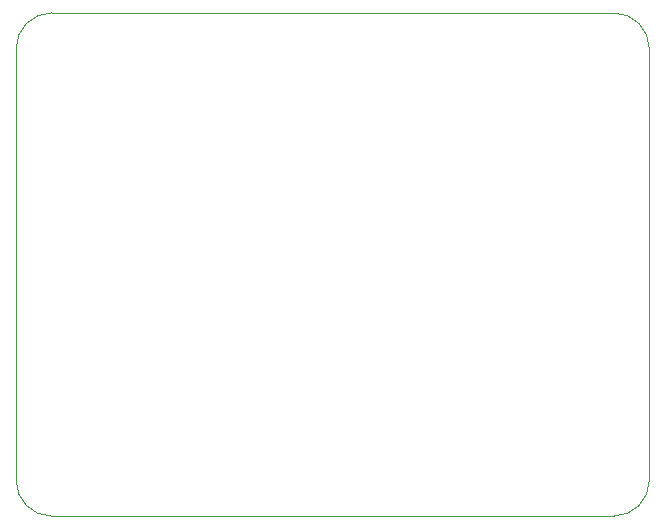
<source format=gbr>
%TF.GenerationSoftware,KiCad,Pcbnew,8.0.6-1.fc40*%
%TF.CreationDate,2024-12-02T14:58:13+01:00*%
%TF.ProjectId,PeltierDriver,50656c74-6965-4724-9472-697665722e6b,rev?*%
%TF.SameCoordinates,Original*%
%TF.FileFunction,Profile,NP*%
%FSLAX46Y46*%
G04 Gerber Fmt 4.6, Leading zero omitted, Abs format (unit mm)*
G04 Created by KiCad (PCBNEW 8.0.6-1.fc40) date 2024-12-02 14:58:13*
%MOMM*%
%LPD*%
G01*
G04 APERTURE LIST*
%TA.AperFunction,Profile*%
%ADD10C,0.050000*%
%TD*%
G04 APERTURE END LIST*
D10*
X166500000Y-78400000D02*
X166500000Y-115000000D01*
X163500000Y-75400000D02*
G75*
G02*
X166500000Y-78400000I0J-3000000D01*
G01*
X115900000Y-75400000D02*
X163500000Y-75400000D01*
X112900000Y-115000000D02*
X112900000Y-78400000D01*
X166500000Y-115000000D02*
G75*
G02*
X163500000Y-118000000I-3000000J0D01*
G01*
X112900000Y-78400000D02*
G75*
G02*
X115900000Y-75400000I3000000J0D01*
G01*
X115900000Y-118000000D02*
G75*
G02*
X112900000Y-115000000I0J3000000D01*
G01*
X163500000Y-118000000D02*
X115900000Y-118000000D01*
M02*

</source>
